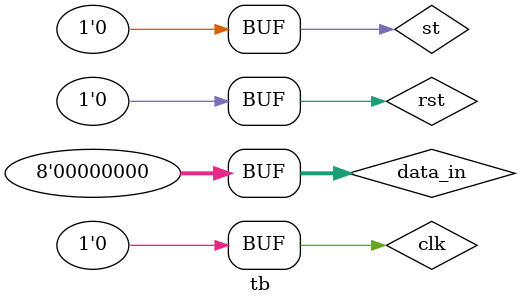
<source format=v>
`timescale 1ns/1ns
module tb;

  // Inputs
  reg st = 1'd0;
  reg rst = 1'd0;
  reg clk = 1'd0;
  reg [7:0] data_in = 8'd0;

  // Outputs
  wire done;
  wire [7:0] dataout;

  // Instantiate the Unit Under Test (UUT)
  matrixMultiplier uut (
    .st(st), 
    .rst(rst), 
    .clk(clk), 
    .data_in(data_in), 
    .done(done), 
    .dataout(dataout)
  );
  
    
    
initial begin 
    #50
    rst = 1;
    #100
    clk = ~clk;
    #1000
    clk = ~clk;
    #1000
    rst = 0;
    #50
    st = 1;
    #100
    clk = ~clk;
    #1000
    clk = ~clk;
    #1000
    st = 0;
    #1000;
    repeat(100) begin
    #1000
    clk = ~clk;
    if(clk == 1'd1)
    data_in = data_in + 8'd1;
    end
      
    repeat(1000) #10000 clk = ~clk;
  end
      
endmodule
</source>
